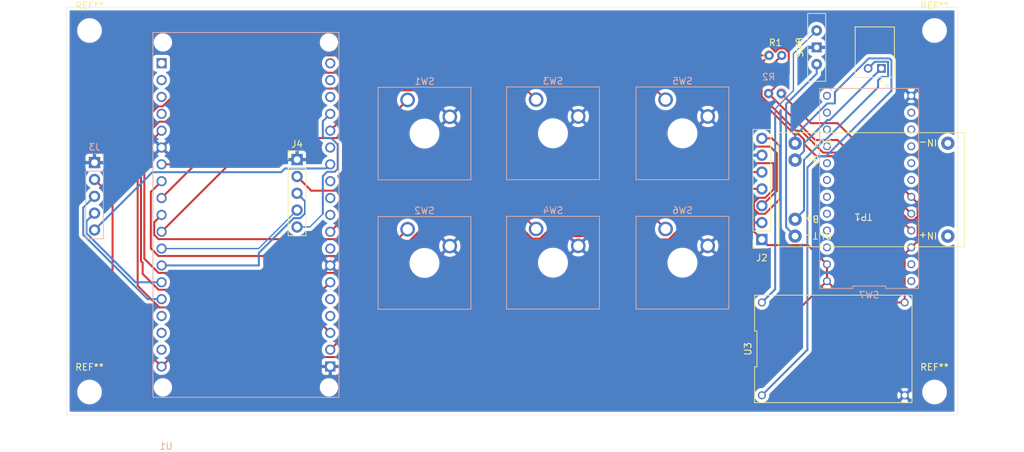
<source format=kicad_pcb>
(kicad_pcb (version 20240108) (generator "pcbnew") (generator_version "8.0")
  (layers (0 "F.Cu" signal) (31 "B.Cu" signal) (34 "B.Paste" user) (35 "F.Paste" user) (36 "B.SilkS" user "B.Silkscreen") (37 "F.SilkS" user "F.Silkscreen") (38 "B.Mask" user) (39 "F.Mask" user) (44 "Edge.Cuts" user))
  (net 0 "")
  (net 1 "GND")
  (net 2 "SDA_IMU")
  (net 3 "VCC")
  (net 4 "SCL_IMU")
  (net 5 "SCL_TFT")
  (net 6 "DC_TFT")
  (net 11 "SDA_TFT")
  (net 17 "XJY1")
  (net 19 "YJY1")
  (net 22 "SWJY1")
  (net 23 "SWJY2")
  (net 26 "YJY2")
  (net 27 "XJY2")
  (net 50 "Net-(TP1-B-)")
  (net 51 "Net-(TP1-B+)")
  (net 52 "Net-(TP1-OUT-)")
  (net 53 "SW1")
  (net 54 "SW2")
  (net 55 "SW3")
  (net 56 "SW4")
  (net 57 "SW5")
  (net 58 "SW6")
  (net 59 "Net-(SW8-B)")
  (net 60 "Net-(SW8-C)")
  (footprint "TP4056:TP4056-Module" (layer "F.Cu") (at 201.5 89.9 180)
    (property "Reference" "TP1" (at 15.24 -12.7 180) (layer "F.SilkS"))
    (property "Value" "USBCBateria")
    (fp_line (start 28 -17.2) (end 28 0) (stroke (width 0.12)) (layer "F.SilkS"))
    (fp_line (start 0 0) (end 28 0) (stroke (width 0.12)) (layer "F.SilkS"))
    (fp_line (start 0 -17.2) (end 28 -17.2) (stroke (width 0.12)) (layer "F.SilkS"))
    (fp_line (start 0 -17.2) (end 0 0) (stroke (width 0.12)) (layer "F.SilkS"))
    (fp_text user "OUT+" (at 22 -15.5 180) (layer "F.SilkS"))
    (fp_text user "B-" (at 23 -4 180) (layer "F.SilkS"))
    (fp_text user "IN-" (at 5.5 -1.5 180) (layer "F.SilkS"))
    (fp_text user "OUT-" (at 22 -1.5 180) (layer "F.SilkS"))
    (fp_text user "B+" (at 23 -13 180) (layer "F.SilkS"))
    (fp_text user "IN+" (at 5.5 -15.5 180) (layer "F.SilkS"))
    (pad "1" thru_hole circle (at 2.5 -15.6 180) (size 2 2) (drill 1) (layers "*.Cu" "*.Mask"))
    (pad "2" thru_hole circle (at 2.5 -1.6 180) (size 2 2) (drill 1) (layers "*.Cu" "*.Mask"))
    (pad "3" thru_hole circle (at 25.5 -13.06 180) (size 2 2) (drill 1) (layers "*.Cu" "*.Mask") (net 51 "Net-(TP1-B+)"))
    (pad "4" thru_hole circle (at 25.5 -4.14 180) (size 2 2) (drill 1) (layers "*.Cu" "*.Mask") (net 50 "Net-(TP1-B-)"))
    (pad "5" thru_hole circle (at 25.5 -15.6 180) (size 2 2) (drill 1) (layers "*.Cu" "*.Mask") (net 59 "Net-(SW8-B)"))
    (pad "6" thru_hole circle (at 25.5 -1.6 180) (size 2 2) (drill 1) (layers "*.Cu" "*.Mask") (net 52 "Net-(TP1-OUT-)"))
  )
  (footprint "MountingHole:MountingHole_3.2mm_M3_ISO14580" (layer "F.Cu") (at 69.75 129)
    (property "Reference" "REF**" (at 0 -3.75 0) (layer "F.SilkS"))
    (property "Value" "MountingHole_3.2mm_M3_ISO14580")
    (pad "" np_thru_hole circle (at 0 0) (size 3.2 3.2) (drill 3.2) (layers "*.Cu" "*.Mask"))
  )
  (footprint "Connector_PinHeader_2.54mm:PinHeader_1x05_P2.54mm_Vertical" (layer "F.Cu") (at 101 93.96)
    (property "Reference" "J4" (at 0 -2.33 0) (layer "F.SilkS"))
    (property "Value" "Joystick2")
    (fp_line (start -1.33 -1.33) (end 0 -1.33) (stroke (width 0.12)) (layer "F.SilkS"))
    (fp_line (start -1.33 0) (end -1.33 -1.33) (stroke (width 0.12)) (layer "F.SilkS"))
    (fp_line (start -1.33 1.27) (end -1.33 11.49) (stroke (width 0.12)) (layer "F.SilkS"))
    (fp_line (start -1.33 1.27) (end 1.33 1.27) (stroke (width 0.12)) (layer "F.SilkS"))
    (fp_line (start -1.33 11.49) (end 1.33 11.49) (stroke (width 0.12)) (layer "F.SilkS"))
    (fp_line (start 1.33 1.27) (end 1.33 11.49) (stroke (width 0.12)) (layer "F.SilkS"))
    (pad "1" thru_hole rect (at 0 0) (size 1.7 1.7) (drill 1) (layers "*.Cu" "*.Mask") (net 1 "GND"))
    (pad "2" thru_hole oval (at 0 2.54) (size 1.7 1.7) (drill 1) (layers "*.Cu" "*.Mask") (net 3 "VCC"))
    (pad "3" thru_hole oval (at 0 5.08) (size 1.7 1.7) (drill 1) (layers "*.Cu" "*.Mask") (net 27 "XJY2"))
    (pad "4" thru_hole oval (at 0 7.62) (size 1.7 1.7) (drill 1) (layers "*.Cu" "*.Mask") (net 26 "YJY2"))
    (pad "5" thru_hole oval (at 0 10.16) (size 1.7 1.7) (drill 1) (layers "*.Cu" "*.Mask") (net 23 "SWJY2"))
  )
  (footprint "Button_Switch_THT:SW_Slide-03_Wuerth-WS-SLTV_10x2.5x6.4_P2.54mm" (layer "F.Cu") (at 179.25 77.04 90)
    (property "Reference" "SW8" (at 0 -2.54 90) (layer "F.SilkS"))
    (property "Value" "SW_SPDT")
    (fp_rect (start -5.11 -1.36) (end 5.11 1.36) (stroke (width 0.12)) (fill none) (layer "F.SilkS"))
    (pad "1" thru_hole rect (at 0 0 90) (size 1.5 1.5) (drill 0.8) (layers "*.Cu" "*.Mask") (net 1 "GND"))
    (pad "2" thru_hole circle (at -2.54 0 90) (size 1.6 1.6) (drill 0.8) (layers "*.Cu" "*.Mask") (net 59 "Net-(SW8-B)"))
    (pad "3" thru_hole circle (at 2.54 0 90) (size 1.6 1.6) (drill 0.8) (layers "*.Cu" "*.Mask") (net 60 "Net-(SW8-C)"))
  )
  (footprint "MountingHole:MountingHole_3.2mm_M3_ISO14580" (layer "F.Cu") (at 197 74.5)
    (property "Reference" "REF**" (at 0 -3.75 0) (layer "F.SilkS"))
    (property "Value" "MountingHole_3.2mm_M3_ISO14580")
    (pad "" np_thru_hole circle (at 0 0) (size 3.2 3.2) (drill 3.2) (layers "*.Cu" "*.Mask"))
  )
  (footprint "Connector_PinSocket_2.54mm:PinSocket_1x07_P2.54mm_Vertical" (layer "F.Cu") (at 171 106 180)
    (property "Reference" "J2" (at 0 -2.77 0) (layer "F.SilkS"))
    (property "Value" "TFT_Pantalla")
    (fp_line (start 1.33 1.27) (end 1.33 16.57) (stroke (width 0.12)) (layer "F.SilkS"))
    (fp_line (start 1.33 -1.33) (end 1.33 0) (stroke (width 0.12)) (layer "F.SilkS"))
    (fp_line (start 0 -1.33) (end 1.33 -1.33) (stroke (width 0.12)) (layer "F.SilkS"))
    (fp_line (start -1.33 16.57) (end 1.33 16.57) (stroke (width 0.12)) (layer "F.SilkS"))
    (fp_line (start -1.33 1.27) (end 1.33 1.27) (stroke (width 0.12)) (layer "F.SilkS"))
    (fp_line (start -1.33 1.27) (end -1.33 16.57) (stroke (width 0.12)) (layer "F.SilkS"))
    (pad "1" thru_hole rect (at 0 0 180) (size 1.7 1.7) (drill 1) (layers "*.Cu" "*.Mask") (net 3 "VCC"))
    (pad "2" thru_hole oval (at 0 2.54 180) (size 1.7 1.7) (drill 1) (layers "*.Cu" "*.Mask") (net 1 "GND"))
    (pad "3" thru_hole oval (at 0 5.08 180) (size 1.7 1.7) (drill 1) (layers "*.Cu" "*.Mask") (net 6 "DC_TFT"))
    (pad "4" thru_hole oval (at 0 7.62 180) (size 1.7 1.7) (drill 1) (layers "*.Cu" "*.Mask") (net 11 "SDA_TFT"))
    (pad "5" thru_hole oval (at 0 10.16 180) (size 1.7 1.7) (drill 1) (layers "*.Cu" "*.Mask") (net 5 "SCL_TFT"))
    (pad "6" thru_hole oval (at 0 12.7 180) (size 1.7 1.7) (drill 1) (layers "*.Cu" "*.Mask") (net 1 "GND"))
    (pad "7" thru_hole oval (at 0 15.24 180) (size 1.7 1.7) (drill 1) (layers "*.Cu" "*.Mask") (net 3 "VCC"))
  )
  (footprint "MountingHole:MountingHole_3.2mm_M3_ISO14580" (layer "F.Cu") (at 69.75 74.5)
    (property "Reference" "REF**" (at 0 -3.75 0) (layer "F.SilkS"))
    (property "Value" "MountingHole_3.2mm_M3_ISO14580")
    (pad "" np_thru_hole circle (at 0 0) (size 3.2 3.2) (drill 3.2) (layers "*.Cu" "*.Mask"))
  )
  (footprint "MountingHole:MountingHole_3.2mm_M3_ISO14580" (layer "F.Cu") (at 197 129)
    (property "Reference" "REF**" (at 0 -3.75 0) (layer "F.SilkS"))
    (property "Value" "MountingHole_3.2mm_M3_ISO14580")
    (pad "" np_thru_hole circle (at 0 0) (size 3.2 3.2) (drill 3.2) (layers "*.Cu" "*.Mask"))
  )
  (footprint "Resistor_THT:R_Axial_DIN0204_L3.6mm_D1.6mm_P1.90mm_Vertical" (layer "F.Cu") (at 172.095 78.25)
    (property "Reference" "R1" (at 0.95 -1.92 0) (layer "F.SilkS"))
    (property "Value" "R_SDA_IMU")
    (fp_arc (start 0.320095 0.749359) (mid -0.813042 -0.054435) (end 0.417133 -0.7) (stroke (width 0.12)) (layer "F.SilkS"))
    (pad "1" thru_hole circle (at 0 0) (size 1.4 1.4) (drill 0.7) (layers "*.Cu" "*.Mask") (net 2 "SDA_IMU"))
    (pad "2" thru_hole oval (at 1.9 0) (size 1.4 1.4) (drill 0.7) (layers "*.Cu" "*.Mask") (net 3 "VCC"))
  )
  (footprint "TFG:Conversor" (layer "F.Cu") (at 181.75 122.5)
    (property "Reference" "U3" (at -12.85 0 90) (layer "F.SilkS"))
    (property "Value" "Conversor")
    (fp_line (start -11.85 -8.1) (end -11.85 -2.7) (stroke (width 0.12)) (layer "F.SilkS"))
    (fp_line (start -11.85 -2.7) (end -11.49 -2.7) (stroke (width 0.12)) (layer "F.SilkS"))
    (fp_line (start -11.85 2.699999) (end -11.85 8.099999) (stroke (width 0.12)) (layer "F.SilkS"))
    (fp_line (start -11.85 8.099999) (end 11.85 8.1) (stroke (width 0.12)) (layer "F.SilkS"))
    (fp_line (start -11.49 -2.7) (end -11.49 2.699999) (stroke (width 0.12)) (layer "F.SilkS"))
    (fp_line (start -11.49 2.699999) (end -11.85 2.699999) (stroke (width 0.12)) (layer "F.SilkS"))
    (fp_line (start 11.85 -8.099999) (end -11.85 -8.1) (stroke (width 0.12)) (layer "F.SilkS"))
    (fp_line (start 11.85 8.1) (end 11.85 -8.099999) (stroke (width 0.12)) (layer "F.SilkS"))
    (pad "1" thru_hole circle (at -10.75 -7) (size 1.2 1.2) (drill 0.8) (layers "*.Cu" "*.Mask") (net 60 "Net-(SW8-C)"))
    (pad "2" thru_hole circle (at 10.75 -7) (size 1.2 1.2) (drill 0.8) (layers "*.Cu" "*.Mask") (net 3 "VCC"))
    (pad "3" thru_hole circle (at -10.75 7) (size 1.2 1.2) (drill 0.8) (layers "*.Cu" "*.Mask") (net 52 "Net-(TP1-OUT-)"))
    (pad "4" thru_hole circle (at 10.75 7) (size 1.2 1.2) (drill 0.8) (layers "*.Cu" "*.Mask") (net 1 "GND"))
  )
  (footprint "S2B-PH-K-S_LF__SN_:JST_S2B-PH-K-S_LF__SN_" (layer "F.Cu") (at 188 80.2125 180)
    (property "Reference" "J1" (at -1.776 -2.6398 0) (layer "F.SilkS") (effects (font (size 0.48 0.48) (thickness 0.12))))
    (property "Value" "JST")
    (fp_line (start 2.95 6.25) (end -2.95 6.25) (stroke (width 0.127)) (layer "F.SilkS"))
    (fp_line (start 2.95 -1.35) (end 2.95 6.25) (stroke (width 0.127)) (layer "F.SilkS"))
    (fp_line (start -2.95 6.25) (end -2.95 -1.35) (stroke (width 0.127)) (layer "F.SilkS"))
    (fp_line (start -2.95 -1.35) (end 2.95 -1.35) (stroke (width 0.127)) (layer "F.SilkS"))
    (fp_circle (center -1 -1.9) (end -0.9 -1.9) (stroke (width 0.2)) (fill none) (layer "F.SilkS"))
    (pad "1" thru_hole rect (at -1 0 180) (size 1.308 1.308) (drill 0.8) (layers "*.Cu" "*.Mask") (net 50 "Net-(TP1-B-)"))
    (pad "2" thru_hole circle (at 1 0 180) (size 1.308 1.308) (drill 0.8) (layers "*.Cu" "*.Mask") (net 51 "Net-(TP1-B+)"))
  )
  (footprint "Connector_PinHeader_2.54mm:PinHeader_1x05_P2.54mm_Vertical" (layer "B.Cu") (at 70.5 94.42 180)
    (property "Reference" "J3" (at 0 2.33 0) (layer "B.SilkS") (effects (justify mirror)))
    (property "Value" "Joystick1")
    (fp_line (start 1.33 -1.27) (end -1.33 -1.27) (stroke (width 0.12)) (layer "B.SilkS"))
    (fp_line (start 1.33 -11.49) (end 1.33 -1.27) (stroke (width 0.12)) (layer "B.SilkS"))
    (fp_line (start 1.33 -11.49) (end -1.33 -11.49) (stroke (width 0.12)) (layer "B.SilkS"))
    (fp_line (start 0 1.33) (end -1.33 1.33) (stroke (width 0.12)) (layer "B.SilkS"))
    (fp_line (start -1.33 1.33) (end -1.33 0) (stroke (width 0.12)) (layer "B.SilkS"))
    (fp_line (start -1.33 -11.49) (end -1.33 -1.27) (stroke (width 0.12)) (layer "B.SilkS"))
    (pad "1" thru_hole rect (at 0 0 180) (size 1.7 1.7) (drill 1) (layers "*.Cu" "*.Mask") (net 1 "GND"))
    (pad "2" thru_hole oval (at 0 -2.54 180) (size 1.7 1.7) (drill 1) (layers "*.Cu" "*.Mask") (net 3 "VCC"))
    (pad "3" thru_hole oval (at 0 -5.08 180) (size 1.7 1.7) (drill 1) (layers "*.Cu" "*.Mask") (net 17 "XJY1"))
    (pad "4" thru_hole oval (at 0 -7.62 180) (size 1.7 1.7) (drill 1) (layers "*.Cu" "*.Mask") (net 19 "YJY1"))
    (pad "5" thru_hole oval (at 0 -10.16 180) (size 1.7 1.7) (drill 1) (layers "*.Cu" "*.Mask") (net 22 "SWJY1"))
  )
  (footprint "Resistor_THT:R_Axial_DIN0204_L3.6mm_D1.6mm_P1.90mm_Vertical" (layer "B.Cu") (at 173.905 84 180)
    (property "Reference" "R2" (at 1.89 2.5 0) (layer "B.SilkS") (effects (justify mirror)))
    (property "Value" "R_SCL_IMU")
    (fp_arc (start 0.417133 0.7) (mid -0.813042 0.054435) (end 0.320095 -0.749359) (stroke (width 0.12)) (layer "B.SilkS"))
    (pad "1" thru_hole circle (at 0 0 180) (size 1.4 1.4) (drill 0.7) (layers "*.Cu" "*.Mask") (net 3 "VCC"))
    (pad "2" thru_hole oval (at 1.9 0 180) (size 1.4 1.4) (drill 0.7) (layers "*.Cu" "*.Mask") (net 4 "SCL_IMU"))
  )
  (footprint "Button_Switch_Keyboard:SW_Cherry_MX_1.00u_Plate" (layer "B.Cu") (at 137 84.92 180)
    (property "Reference" "SW3" (at -2.54 2.794 0) (layer "B.SilkS") (effects (justify mirror)))
    (property "Value" "Switch3")
    (fp_line (start 4.445 1.905) (end -9.525 1.905) (stroke (width 0.12)) (layer "B.SilkS"))
    (fp_line (start 4.445 -12.065) (end 4.445 1.905) (stroke (width 0.12)) (layer "B.SilkS"))
    (fp_line (start -9.525 1.905) (end -9.525 -12.065) (stroke (width 0.12)) (layer "B.SilkS"))
    (fp_line (start -9.525 -12.065) (end 4.445 -12.065) (stroke (width 0.12)) (layer "B.SilkS"))
    (pad "" np_thru_hole circle (at -2.54 -5.08 180) (size 4 4) (drill 4) (layers "*.Cu" "*.Mask"))
    (pad "1" thru_hole circle (at 0 0 180) (size 2.2 2.2) (drill 1.5) (layers "*.Cu" "*.Mask") (net 55 "SW3"))
    (pad "2" thru_hole circle (at -6.35 -2.54 180) (size 2.2 2.2) (drill 1.5) (layers "*.Cu" "*.Mask") (net 1 "GND"))
  )
  (footprint "Button_Switch_Keyboard:SW_Cherry_MX_1.00u_Plate" (layer "B.Cu") (at 117.65 84.96 180)
    (property "Reference" "SW1" (at -2.54 2.794 0) (layer "B.SilkS") (effects (justify mirror)))
    (property "Value" "Switch1")
    (fp_line (start 4.445 1.905) (end -9.525 1.905) (stroke (width 0.12)) (layer "B.SilkS"))
    (fp_line (start 4.445 -12.065) (end 4.445 1.905) (stroke (width 0.12)) (layer "B.SilkS"))
    (fp_line (start -9.525 1.905) (end -9.525 -12.065) (stroke (width 0.12)) (layer "B.SilkS"))
    (fp_line (start -9.525 -12.065) (end 4.445 -12.065) (stroke (width 0.12)) (layer "B.SilkS"))
    (pad "" np_thru_hole circle (at -2.54 -5.08 180) (size 4 4) (drill 4) (layers "*.Cu" "*.Mask"))
    (pad "1" thru_hole circle (at 0 0 180) (size 2.2 2.2) (drill 1.5) (layers "*.Cu" "*.Mask") (net 53 "SW1"))
    (pad "2" thru_hole circle (at -6.35 -2.54 180) (size 2.2 2.2) (drill 1.5) (layers "*.Cu" "*.Mask") (net 1 "GND"))
  )
  (footprint "TFG:STEVAL-MKI229A" (layer "B.Cu") (at 187.15 98.31 90)
    (property "Reference" "SW7" (at -16.07 0 0) (layer "B.SilkS") (effects (justify mirror)))
    (property "Value" "STEVAL-MKI")
    (fp_line (start 15.07 -7.45) (end -15.07 -7.449999) (stroke (width 0.12)) (layer "B.SilkS"))
    (fp_line (start -15.07 -7.449999) (end -15.07 -2.483333) (stroke (width 0.12)) (layer "B.SilkS"))
    (fp_line (start -14.71 -2.483333) (end -14.71 2.483333) (stroke (width 0.12)) (layer "B.SilkS"))
    (fp_line (start -15.07 -2.483333) (end -14.71 -2.483333) (stroke (width 0.12)) (layer "B.SilkS"))
    (fp_line (start -14.71 2.483333) (end -15.07 2.483333) (stroke (width 0.12)) (layer "B.SilkS"))
    (fp_line (start -15.07 2.483333) (end -15.07 7.45) (stroke (width 0.12)) (layer "B.SilkS"))
    (fp_line (start 15.07 7.449999) (end 15.07 -7.45) (stroke (width 0.12)) (layer "B.SilkS"))
    (fp_line (start -15.07 7.45) (end 15.07 7.449999) (stroke (width 0.12)) (layer "B.SilkS"))
    (pad "1" thru_hole circle (at -13.97 -6.35 90) (size 1.2 1.2) (drill 0.8) (layers "*.Cu" "*.Mask") (net 3 "VCC"))
    (pad "2" thru_hole circle (at -11.43 -6.35 90) (size 1.2 1.2) (drill 0.8) (layers "*.Cu" "*.Mask") (net 3 "VCC"))
    (pad "3" thru_hole circle (at -8.89 -6.35 90) (size 1.2 1.2) (drill 0.8) (layers "*.Cu" "*.Mask"))
    (pad "4" thru_hole circle (at -6.35 -6.35 90) (size 1.2 1.2) (drill 0.8) (layers "*.Cu" "*.Mask"))
    (pad "5" thru_hole circle (at -3.81 -6.35 90) (size 1.2 1.2) (drill 0.8) (layers "*.Cu" "*.Mask"))
    (pad "6" thru_hole circle (at -1.27 -6.35 90) (size 1.2 1.2) (drill 0.8) (layers "*.Cu" "*.Mask"))
    (pad "7" thru_hole circle (at 1.27 -6.35 90) (size 1.2 1.2) (drill 0.8) (layers "*.Cu" "*.Mask"))
    (pad "8" thru_hole circle (at 3.81 -6.35 90) (size 1.2 1.2) (drill 0.8) (layers "*.Cu" "*.Mask"))
    (pad "9" thru_hole circle (at 6.35 -6.35 90) (size 1.2 1.2) (drill 0.8) (layers "*.Cu" "*.Mask"))
    (pad "10" thru_hole circle (at 8.89 -6.35 90) (size 1.2 1.2) (drill 0.8) (layers "*.Cu" "*.Mask"))
    (pad "11" thru_hole circle (at 11.43 -6.35 90) (size 1.2 1.2) (drill 0.8) (layers "*.Cu" "*.Mask"))
    (pad "12" thru_hole circle (at 13.97 -6.35 90) (size 1.2 1.2) (drill 0.8) (layers "*.Cu" "*.Mask"))
    (pad "13" thru_hole circle (at 13.97 6.35 90) (size 1.2 1.2) (drill 0.8) (layers "*.Cu" "*.Mask") (net 1 "GND"))
    (pad "14" thru_hole circle (at 11.43 6.35 90) (size 1.2 1.2) (drill 0.8) (layers "*.Cu" "*.Mask"))
    (pad "15" thru_hole circle (at 8.89 6.35 90) (size 1.2 1.2) (drill 0.8) (layers "*.Cu" "*.Mask"))
    (pad "16" thru_hole circle (at 6.35 6.35 90) (size 1.2 1.2) (drill 0.8) (layers "*.Cu" "*.Mask"))
    (pad "17" thru_hole circle (at 3.81 6.35 90) (size 1.2 1.2) (drill 0.8) (layers "*.Cu" "*.Mask"))
    (pad "18" thru_hole circle (at 1.27 6.35 90) (size 1.2 1.2) (drill 0.8) (layers "*.Cu" "*.Mask"))
    (pad "19" thru_hole circle (at -1.27 6.35 90) (size 1.2 1.2) (drill 0.8) (layers "*.Cu" "*.Mask") (net 3 "VCC"))
    (pad "20" thru_hole circle (at -3.81 6.35 90) (size 1.2 1.2) (drill 0.8) (layers "*.Cu" "*.Mask") (net 4 "SCL_IMU"))
    (pad "21" thru_hole circle (at -6.35 6.35 90) (size 1.2 1.2) (drill 0.8) (layers "*.Cu" "*.Mask") (net 2 "SDA_IMU"))
    (pad "22" thru_hole circle (at -8.89 6.35 90) (size 1.2 1.2) (drill 0.8) (layers "*.Cu" "*.Mask") (net 3 "VCC"))
    (pad "23" thru_hole circle (at -11.43 6.35 90) (size 1.2 1.2) (drill 0.8) (layers "*.Cu" "*.Mask"))
    (pad "24" thru_hole circle (at -13.97 6.35 90) (size 1.2 1.2) (drill 0.8) (layers "*.Cu" "*.Mask"))
  )
  (footprint "Button_Switch_Keyboard:SW_Cherry_MX_1.00u_Plate" (layer "B.Cu") (at 156.5 84.92 180)
    (property "Reference" "SW5" (at -2.54 2.794 0) (layer "B.SilkS") (effects (justify mirror)))
    (property "Value" "Switch5")
    (fp_line (start 4.445 1.905) (end -9.525 1.905) (stroke (width 0.12)) (layer "B.SilkS"))
    (fp_line (start 4.445 -12.065) (end 4.445 1.905) (stroke (width 0.12)) (layer "B.SilkS"))
    (fp_line (start -9.525 1.905) (end -9.525 -12.065) (stroke (width 0.12)) (layer "B.SilkS"))
    (fp_line (start -9.525 -12.065) (end 4.445 -12.065) (stroke (width 0.12)) (layer "B.SilkS"))
    (pad "" np_thru_hole circle (at -2.54 -5.08 180) (size 4 4) (drill 4) (layers "*.Cu" "*.Mask"))
    (pad "1" thru_hole circle (at 0 0 180) (size 2.2 2.2) (drill 1.5) (layers "*.Cu" "*.Mask") (net 57 "SW5"))
    (pad "2" thru_hole circle (at -6.35 -2.54 180) (size 2.2 2.2) (drill 1.5) (layers "*.Cu" "*.Mask") (net 1 "GND"))
  )
  (footprint "Button_Switch_Keyboard:SW_Cherry_MX_1.00u_Plate" (layer "B.Cu") (at 156.5 104.42 180)
    (property "Reference" "SW6" (at -2.54 2.794 0) (layer "B.SilkS") (effects (justify mirror)))
    (property "Value" "Switch6")
    (fp_line (start 4.445 1.905) (end -9.525 1.905) (stroke (width 0.12)) (layer "B.SilkS"))
    (fp_line (start 4.445 -12.065) (end 4.445 1.905) (stroke (width 0.12)) (layer "B.SilkS"))
    (fp_line (start -9.525 1.905) (end -9.525 -12.065) (stroke (width 0.12)) (layer "B.SilkS"))
    (fp_line (start -9.525 -12.065) (end 4.445 -12.065) (stroke (width 0.12)) (layer "B.SilkS"))
    (pad "" np_thru_hole circle (at -2.54 -5.08 180) (size 4 4) (drill 4) (layers "*.Cu" "*.Mask"))
    (pad "1" thru_hole circle (at 0 0 180) (size 2.2 2.2) (drill 1.5) (layers "*.Cu" "*.Mask") (net 58 "SW6"))
    (pad "2" thru_hole circle (at -6.35 -2.54 180) (size 2.2 2.2) (drill 1.5) (layers "*.Cu" "*.Mask") (net 1 "GND"))
  )
  (footprint "Button_Switch_Keyboard:SW_Cherry_MX_1.00u_Plate" (layer "B.Cu") (at 137 104.42 180)
    (property "Reference" "SW4" (at -2.54 2.794 0) (layer "B.SilkS") (effects (justify mirror)))
    (property "Value" "Switch4")
    (fp_line (start 4.445 1.905) (end -9.525 1.905) (stroke (width 0.12)) (layer "B.SilkS"))
    (fp_line (start 4.445 -12.065) (end 4.445 1.905) (stroke (width 0.12)) (layer "B.SilkS"))
    (fp_line (start -9.525 1.905) (end -9.525 -12.065) (stroke (width 0.12)) (layer "B.SilkS"))
    (fp_line (start -9.525 -12.065) (end 4.445 -12.065) (stroke (width 0.12)) (layer "B.SilkS"))
    (pad "" np_thru_hole circle (at -2.54 -5.08 180) (size 4 4) (drill 4) (layers "*.Cu" "*.Mask"))
    (pad "1" thru_hole circle (at 0 0 180) (size 2.2 2.2) (drill 1.5) (layers "*.Cu" "*.Mask") (net 56 "SW4"))
    (pad "2" thru_hole circle (at -6.35 -2.54 180) (size 2.2 2.2) (drill 1.5) (layers "*.Cu" "*.Mask") (net 1 "GND"))
  )
  (footprint "ESP32_NODEMCU:MODULE_ESP32_NODEMCU" (layer "B.Cu") (at 93.3 102.3)
    (property "Reference" "U1" (at -12.04 34.885 0) (layer "B.SilkS") (effects (justify mirror)))
    (property "Value" "ESP32_NODEMCU")
    (fp_line (start -14 -27.5) (end -14 27.5) (stroke (width 0.127)) (layer "B.SilkS"))
    (fp_line (start 14 -27.5) (end -14 -27.5) (stroke (width 0.127)) (layer "B.SilkS"))
    (fp_line (start 14 -27.5) (end 14 27.5) (stroke (width 0.127)) (layer "B.SilkS"))
    (fp_line (start 14 27.5) (end -14 27.5) (stroke (width 0.127)) (layer "B.SilkS"))
    (pad "" np_thru_hole circle (at -12.5 -26) (size 2.25 2.25) (drill 2.25) (layers "*.Cu" "*.Mask"))
    (pad "" np_thru_hole circle (at -12.5 26) (size 2.25 2.25) (drill 2.25) (layers "*.Cu" "*.Mask"))
    (pad "" np_thru_hole circle (at 12.5 -26) (size 2.25 2.25) (drill 2.25) (layers "*.Cu" "*.Mask"))
    (pad "" np_thru_hole circle (at 12.5 26) (size 2.25 2.25) (drill 2.25) (layers "*.Cu" "*.Mask"))
    (pad "J4_1" thru_hole rect (at 12.7 22.86) (size 1.53 1.53) (drill 1.02) (layers "*.Cu" "*.Mask") (net 1 "GND"))
    (pad "J4_2" thru_hole circle (at 12.7 20.32) (size 1.53 1.53) (drill 1.02) (layers "*.Cu" "*.Mask") (net 11 "SDA_TFT"))
    (pad "J4_3" thru_hole circle (at 12.7 17.78) (size 1.53 1.53) (drill 1.02) (layers "*.Cu" "*.Mask") (net 4 "SCL_IMU"))
    (pad "J4_4" thru_hole circle (at 12.7 15.24) (size 1.53 1.53) (drill 1.02) (layers "*.Cu" "*.Mask"))
    (pad "J4_5" thru_hole circle (at 12.7 12.7) (size 1.53 1.53) (drill 1.02) (layers "*.Cu" "*.Mask"))
    (pad "J4_6" thru_hole circle (at 12.7 10.16) (size 1.53 1.53) (drill 1.02) (layers "*.Cu" "*.Mask") (net 2 "SDA_IMU"))
    (pad "J4_7" thru_hole circle (at 12.7 7.62) (size 1.53 1.53) (drill 1.02) (layers "*.Cu" "*.Mask") (net 1 "GND"))
    (pad "J4_8" thru_hole circle (at 12.7 5.08) (size 1.53 1.53) (drill 1.02) (layers "*.Cu" "*.Mask"))
    (pad "J4_9" thru_hole circle (at 12.7 2.54) (size 1.53 1.53) (drill 1.02) (layers "*.Cu" "*.Mask") (net 5 "SCL_TFT"))
    (pad "J4_10" thru_hole circle (at 12.7 0) (size 1.53 1.53) (drill 1.02) (layers "*.Cu" "*.Mask"))
    (pad "J4_11" thru_hole circle (at 12.7 -2.54) (size 1.53 1.53) (drill 1.02) (layers "*.Cu" "*.Mask"))
    (pad "J4_12" thru_hole circle (at 12.7 -5.08) (size 1.53 1.53) (drill 1.02) (layers "*.Cu" "*.Mask"))
    (pad "J4_13" thru_hole circle (at 12.7 -7.62) (size 1.53 1.53) (drill 1.02) (layers "*.Cu" "*.Mask") (net 22 "SWJY1"))
    (pad "J4_14" thru_hole circle (at 12.7 -10.16) (size 1.53 1.53) (drill 1.02) (layers "*.Cu" "*.Mask"))
    (pad "J4_15" thru_hole circle (at 12.7 -12.7) (size 1.53 1.53) (drill 1.02) (layers "*.Cu" "*.Mask") (net 6 "DC_TFT"))
    (pad "J4_16" thru_hole circle (at 12.7 -15.24) (size 1.53 1.53) (drill 1.02) (layers "*.Cu" "*.Mask") (net 23 "SWJY2"))
    (pad "J4_17" thru_hole circle (at 12.7 -17.78) (size 1.53 1.53) (drill 1.02) (layers "*.Cu" "*.Mask"))
    (pad "J4_18" thru_hole circle (at 12.7 -20.32) (size 1.53 1.53) (drill 1.02) (layers "*.Cu" "*.Mask"))
    (pad "J4_19" thru_hole circle (at 12.7 -22.86) (size 1.53 1.53) (drill 1.02) (layers "*.Cu" "*.Mask"))
    (pad "J5_1" thru_hole rect (at -12.7 -22.86) (size 1.53 1.53) (drill 1.02) (layers "*.Cu" "*.Mask"))
    (pad "J5_2" thru_hole circle (at -12.7 -20.32) (size 1.53 1.53) (drill 1.02) (layers "*.Cu" "*.Mask"))
    (pad "J5_3" thru_hole circle (at -12.7 -17.78) (size 1.53 1.53) (drill 1.02) (layers "*.Cu" "*.Mask"))
    (pad "J5_4" thru_hole circle (at -12.7 -15.24) (size 1.53 1.53) (drill 1.02) (layers "*.Cu" "*.Mask"))
    (pad "J5_5" thru_hole circle (at -12.7 -12.7) (size 1.53 1.53) (drill 1.02) (layers "*.Cu" "*.Mask") (net 58 "SW6"))
    (pad "J5_6" thru_hole circle (at -12.7 -10.16) (size 1.53 1.53) (drill 1.02) (layers "*.Cu" "*.Mask") (net 1 "GND"))
    (pad "J5_7" thru_hole circle (at -12.7 -7.62) (size 1.53 1.53) (drill 1.02) (layers "*.Cu" "*.Mask") (net 57 "SW5"))
    (pad "J5_8" thru_hole circle (at -12.7 -5.08) (size 1.53 1.53) (drill 1.02) (layers "*.Cu" "*.Mask") (net 56 "SW4"))
    (pad "J5_9" thru_hole circle (at -12.7 -2.54) (size 1.53 1.53) (drill 1.02) (layers "*.Cu" "*.Mask") (net 55 "SW3"))
    (pad "J5_10" thru_hole circle (at -12.7 0) (size 1.53 1.53) (drill 1.02) (layers "*.Cu" "*.Mask") (net 54 "SW2"))
    (pad "J5_11" thru_hole circle (at -12.7 2.54) (size 1.53 1.53) (drill 1.02) (layers "*.Cu" "*.Mask") (net 53 "SW1"))
    (pad "J5_12" thru_hole circle (at -12.7 5.08) (size 1.53 1.53) (drill 1.02) (layers "*.Cu" "*.Mask") (net 26 "YJY2"))
    (pad "J5_13" thru_hole circle (at -12.7 7.62) (size 1.53 1.53) (drill 1.02) (layers "*.Cu" "*.Mask") (net 27 "XJY2"))
    (pad "J5_14" thru_hole circle (at -12.7 10.16) (size 1.53 1.53) (drill 1.02) (layers "*.Cu" "*.Mask") (net 19 "YJY1"))
    (pad "J5_15" thru_hole circle (at -12.7 12.7) (size 1.53 1.53) (drill 1.02) (layers "*.Cu" "*.Mask") (net 17 "XJY1"))
    (pad "J5_16" thru_hole circle (at -12.7 15.24) (size 1.53 1.53) (drill 1.02) (layers "*.Cu" "*.Mask"))
    (pad "J5_17" thru_hole circle (at -12.7 17.78) (size 1.53 1.53) (drill 1.02) (layers "*.Cu" "*.Mask"))
    (pad "J5_18" thru_hole circle (at -12.7 20.32) (size 1.53 1.53) (drill 1.02) (layers "*.Cu" "*.Mask"))
    (pad "J5_19" thru_hole circle (at -12.7 22.86) (size 1.53 1.53) (drill 1.02) (layers "*.Cu" "*.Mask") (net 3 "VCC"))
  )
  (footprint "Button_Switch_Keyboard:SW_Cherry_MX_1.00u_Plate" (layer "B.Cu") (at 117.65 104.46 180)
    (property "Reference" "SW2" (at -2.54 2.794 0) (layer "B.SilkS") (effects (justify mirror)))
    (property "Value" "Switch2")
    (fp_line (start 4.445 1.905) (end -9.525 1.905) (stroke (width 0.12)) (layer "B.SilkS"))
    (fp_line (start 4.445 -12.065) (end 4.445 1.905) (stroke (width 0.12)) (layer "B.SilkS"))
    (fp_line (start -9.525 1.905) (end -9.525 -12.065) (stroke (width 0.12)) (layer "B.SilkS"))
    (fp_line (start -9.525 -12.065) (end 4.445 -12.065) (stroke (width 0.12)) (layer "B.SilkS"))
    (pad "" np_thru_hole circle (at -2.54 -5.08 180) (size 4 4) (drill 4) (layers "*.Cu" "*.Mask"))
    (pad "1" thru_hole circle (at 0 0 180) (size 2.2 2.2) (drill 1.5) (layers "*.Cu" "*.Mask") (net 54 "SW2"))
    (pad "2" thru_hole circle (at -6.35 -2.54 180) (size 2.2 2.2) (drill 1.5) (layers "*.Cu" "*.Mask") (net 1 "GND"))
  )
  (gr_rect (start 66.25 70.965) (end 200.5 132.465) (stroke (width 0.05)) (fill none) (layer "Edge.Cuts"))
  (segment (start 81.25 88.25) (end 80.25 88.25) (width 0.3) (layer "F.Cu") (net 2))
  (segment (start 172.095 78.25) (end 170.25 80.095) (width 0.3) (layer "F.Cu") (net 2))
  (segment (start 177.35 91.6) (end 179.190811 93.440811) (width 0.3) (layer "F.Cu") (net 2))
  (segment (start 170.25 84.5) (end 175.9 90.15) (width 0.3) (layer "F.Cu") (net 2))
  (segment (start 80.25 88.25) (end 77.5 91) (width 0.3) (layer "F.Cu") (net 2))
  (segment (start 179.190811 93.440811) (end 182.280811 93.440811) (width 0.3) (layer "F.Cu") (net 2))
  (segment (start 77.75 111.186849) (end 80.138151 113.575) (width 0.3) (layer "F.Cu") (net 2))
  (segment (start 91.25 78.25) (end 81.25 88.25) (width 0.3) (layer "F.Cu") (net 2))
  (segment (start 172.095 78.25) (end 91.25 78.25) (width 0.3) (layer "F.Cu") (net 2))
  (segment (start 175.9 90.15) (end 176.559189 90.15) (width 0.3) (layer "F.Cu") (net 2))
  (segment (start 77.5 91) (end 77.5 109.25) (width 0.3) (layer "F.Cu") (net 2))
  (segment (start 177.35 90.940811) (end 177.35 91.6) (width 0.3) (layer "F.Cu") (net 2))
  (segment (start 80.138151 113.575) (end 104.885 113.575) (width 0.3) (layer "F.Cu") (net 2))
  (segment (start 77.75 109.5) (end 77.75 111.186849) (width 0.3) (layer "F.Cu") (net 2))
  (segment (start 176.559189 90.15) (end 177.35 90.940811) (width 0.3) (layer "F.Cu") (net 2))
  (segment (start 104.885 113.575) (end 106 112.46) (width 0.3) (layer "F.Cu") (net 2))
  (segment (start 77.5 109.25) (end 77.75 109.5) (width 0.3) (layer "F.Cu") (net 2))
  (segment (start 170.25 80.095) (end 170.25 84.5) (width 0.3) (layer "F.Cu") (net 2))
  (segment (start 182.280811 93.440811) (end 193.5 104.66) (width 0.3) (layer "F.Cu") (net 2))
  (segment (start 82.025 123.735) (end 169.345 123.735) (width 0.3) (layer "F.Cu") (net 3))
  (segment (start 171 106) (end 169.8 104.8) (width 0.3) (layer "F.Cu") (net 3))
  (segment (start 182.39 88.47) (end 178.375 88.47) (width 0.3) (layer "F.Cu") (net 3))
  (segment (start 170.191471 102.058529) (end 170.191471 101.808529) (width 0.3) (layer "F.Cu") (net 3))
  (segment (start 169.8 100.422943) (end 170.502943 99.72) (width 0.3) (layer "F.Cu") (net 3))
  (segment (start 103.145 98.645) (end 101 96.5) (width 0.3) (layer "F.Cu") (net 3))
  (segment (start 171.492894 99.72) (end 172.75 98.462894) (width 0.3) (layer "F.Cu") (net 3))
  (segment (start 169.345 123.735) (end 180.8 112.28) (width 0.3) (layer "F.Cu") (net 3))
  (segment (start 111.487893 98.645) (end 103.145 98.645) (width 0.3) (layer "F.Cu") (net 3))
  (segment (start 193.893503 103.07) (end 194.45 102.513503) (width 0.3) (layer "F.Cu") (net 3))
  (segment (start 194.45 102.5) (end 194.45 106.25) (width 0.3) (layer "F.Cu") (net 3))
  (segment (start 180.207893 92.91) (end 182.946497 92.91) (width 0.3) (layer "F.Cu") (net 3))
  (segment (start 173.995 78.25) (end 170.955 81.29) (width 0.3) (layer "F.Cu") (net 3))
  (segment (start 172.51 90.76) (end 171 90.76) (width 0.3) (layer "F.Cu") (net 3))
  (segment (start 170.502943 99.72) (end 171.492894 99.72) (width 0.3) (layer "F.Cu") (net 3))
  (segment (start 176.121128 89.601053) (end 176.898946 89.601053) (width 0.3) (layer "F.Cu") (net 3))
  (segment (start 194.45 106.25) (end 193.5 107.2) (width 0.3) (layer "F.Cu") (net 3))
  (segment (start 194.45 100.53) (end 194.45 102.5) (width 0.3) (layer "F.Cu") (net 3))
  (segment (start 192.5 108.2) (end 193.5 107.2) (width 0.3) (layer "F.Cu") (net 3))
  (segment (start 173.75 99.867057) (end 173.75 92) (width 0.3) (layer "F.Cu") (net 3))
  (segment (start 170.191471 101.808529) (end 170.502943 102.12) (width 0.3) (layer "F.Cu") (net 3))
  (segment (start 73.22 99.68) (end 73.22 117.78) (width 0.3) (layer "F.Cu") (net 3))
  (segment (start 170.955 81.29) (end 170.955 84.434925) (width 0.3) (layer "F.Cu") (net 3))
  (segment (start 180.8 112.28) (end 184.02 115.5) (width 0.3) (layer "F.Cu") (net 3))
  (segment (start 171 106) (end 171.85 106.85) (width 0.3) (layer "F.Cu") (net 3))
  (segment (start 171.85 106.85) (end 177.91 106.85) (width 0.3) (layer "F.Cu") (net 3))
  (segment (start 194.45 102.513503) (end 194.45 102.5) (width 0.3) (layer "F.Cu") (net 3))
  (segment (start 182.946497 92.91) (end 193.106497 103.07) (width 0.3) (layer "F.Cu") (net 3))
  (segment (start 169.8 104.8) (end 169.8 102.45) (width 0.3) (layer "F.Cu") (net 3))
  (segment (start 80.6 125.16) (end 82.025 123.735) (width 0.3) (layer "F.Cu") (net 3))
  (segment (start 180.8 112.28) (end 180.8 109.74) (width 0.3) (layer "F.Cu") (net 3))
  (segment (start 172.75 98.462894) (end 172.75 94.5) (width 0.3) (layer "F.Cu") (net 3))
  (segment (start 193.5 99.58) (end 182.39 88.47) (width 0.3) (layer "F.Cu") (net 3))
  (segment (start 172.75 94.5) (end 170.34 94.5) (width 0.3) (layer "F.Cu") (net 3))
  (segment (start 70.5 96.96) (end 73.22 99.68) (width 0.3) (layer "F.Cu") (net 3))
  (segment (start 170.955 84.434925) (end 176.121128 89.601053) (width 0.3) (layer "F.Cu") (net 3))
  (segment (start 177.91 106.85) (end 180.8 109.74) (width 0.3) (layer "F.Cu") (net 3))
  (segment (start 169.8 102.45) (end 170.191471 102.058529) (width 0.3) (layer "F.Cu") (net 3))
  (segment (start 184.02 115.5) (end 192.5 115.5) (width 0.3) (layer "F.Cu") (net 3))
  (segment (start 169.5 95.34) (end 114.792893 95.34) (width 0.3) (layer "F.Cu") (net 3))
  (segment (start 73.22 117.78) (end 80.6 125.16) (width 0.3) (layer "F.Cu") (net 3))
  (segment (start 193.106497 103.07) (end 193.893503 103.07) (width 0.3) (layer "F.Cu") (net 3))
  (segment (start 171.497057 102.12) (end 173.75 99.867057) (width 0.3) (layer "F.Cu") (net 3))
  (segment (start 192.5 115.5) (end 192.5 108.2) (width 0.3) (layer "F.Cu") (net 3))
  (segment (start 178.375 88.47) (end 173.905 84) (width 0.3) (layer "F.Cu") (net 3))
  (segment (start 170.502943 102.12) (end 171.497057 102.12) (width 0.3) (layer "F.Cu") (net 3))
  (segment (start 169.8 101.417057) (end 169.8 100.422943) (width 0.3) (layer "F.Cu") (net 3))
  (segment (start 170.34 94.5) (end 169.5 95.34) (width 0.3) (layer "F.Cu") (net 3))
  (segment (start 114.792893 95.34) (end 111.487893 98.645) (width 0.3) (layer "F.Cu") (net 3))
  (segment (start 173.75 92) (end 172.51 90.76) (width 0.3) (layer "F.Cu") (net 3))
  (segment (start 193.5 99.58) (end 194.45 100.53) (width 0.3) (layer "F.Cu") (net 3))
  (segment (start 170.191471 101.808529) (end 169.8 101.417057) (width 0.3) (layer "F.Cu") (net 3))
  (segment (start 176.898946 89.601053) (end 180.207893 92.91) (width 0.3) (layer "F.Cu") (net 3))
  (segment (start 182.39 91.01) (end 193.5 102.12) (width 0.3) (layer "F.Cu") (net 4))
  (segment (start 175.045 80.96) (end 172.005 84) (width 0.3) (layer "F.Cu") (net 4))
  (segment (start 172.005 84) (end 179.015 91.01) (width 0.3) (layer "F.Cu") (net 4))
  (segment (start 77 112.976849) (end 80.273151 116.25) (width 0.3) (layer "F.Cu") (net 4))
  (segment (start 175.045 77.815075) (end 175.045 80.96) (width 0.3) (layer "F.Cu") (net 4))
  (segment (start 80.055 85.945) (end 77 89) (width 0.3) (layer "F.Cu") (net 4))
  (segment (start 172.004925 74.775) (end 91.921849 74.775) (width 0.3) (layer "F.Cu") (net 4))
  (segment (start 80.273151 116.25) (end 102.17 116.25) (width 0.3) (layer "F.Cu") (net 4))
  (segment (start 102.17 116.25) (end 106 120.08) (width 0.3) (layer "F.Cu") (net 4))
  (segment (start 172.004925 74.775) (end 172.004925 76.675) (width 0.3) (layer "F.Cu") (net 4))
  (segment (start 179.015 91.01) (end 182.39 91.01) (width 0.3) (layer "F.Cu") (net 4))
  (segment (start 91.921849 74.775) (end 80.751849 85.945) (width 0.3) (layer "F.Cu") (net 4))
  (segment (start 173.560075 77.2) (end 174.429925 77.2) (width 0.3) (layer "F.Cu") (net 4))
  (segment (start 172.004925 76.675) (end 173.045 77.715075) (width 0.3) (layer "F.Cu") (net 4))
  (segment (start 80.751849 85.945) (end 80.055 85.945) (width 0.3) (layer "F.Cu") (net 4))
  (segment (start 173.045 77.715075) (end 173.560075 77.2) (width 0.3) (layer "F.Cu") (net 4))
  (segment (start 77 89) (end 77 112.976849) (width 0.3) (layer "F.Cu") (net 4))
  (segment (start 174.429925 77.2) (end 175.045 77.815075) (width 0.3) (layer "F.Cu") (net 4))
  (segment (start 115 95.84) (end 106 104.84) (width 0.3) (layer "F.Cu") (net 5))
  (segment (start 171 95.84) (end 115 95.84) (width 0.3) (layer "F.Cu") (net 5))
  (segment (start 171 100.92) (end 173.25 98.67) (width 0.3) (layer "F.Cu") (net 6))
  (segment (start 173.25 93) (end 172.25 92) (width 0.3) (layer "F.Cu") (net 6))
  (segment (start 128.184113 94.64) (end 119.5 85.955887) (width 0.3) (layer "F.Cu") (net 6))
  (segment (start 169.75 92) (end 167.11 94.64) (width 0.3) (layer "F.Cu") (net 6))
  (segment (start 119.5 84) (end 119.01 83.51) (width 0.3) (layer "F.Cu") (net 6))
  (segment (start 167.11 94.64) (end 128.184113 94.64) (width 0.3) (layer "F.Cu") (net 6))
  (segment (start 172.25 92) (end 169.75 92) (width 0.3) (layer "F.Cu") (net 6))
  (segment (start 112.09 83.51) (end 106 89.6) (width 0.3) (layer "F.Cu") (net 6))
  (segment (start 119.5 85.955887) (end 119.5 84) (width 0.3) (layer "F.Cu") (net 6))
  (segment (start 173.25 98.67) (end 173.25 93) (width 0.3) (layer "F.Cu") (net 6))
  (segment (start 119.01 83.51) (end 112.09 83.51) (width 0.3) (layer "F.Cu") (net 6))
  (segment (start 153.25 106) (end 152.76 105.51) (width 0.3) (layer "F.Cu") (net 11))
  (segment (start 152.76 105.51) (end 138.667716 105.51) (width 0.3) (layer "F.Cu") (net 11))
  (segment (start 137.807716 106.37) (end 135.87 106.37) (width 0.3) (layer "F.Cu") (net 11))
  (segment (start 133.75 104.25) (end 121.75 104.25) (width 0.3) (layer "F.Cu") (net 11))
  (segment (start 121.75 104.25) (end 114 112) (width 0.3) (layer "F.Cu") (net 11))
  (segment (start 156.97061 106) (end 153.25 106) (width 0.3) (layer "F.Cu") (net 11))
  (segment (start 135.87 106.37) (end 133.75 104.25) (width 0.3) (layer "F.Cu") (net 11))
  (segment (start 138.667716 105.51) (end 137.807716 106.37) (width 0.3) (layer "F.Cu") (net 11))
  (segment (start 171 98.38) (end 164.59061 98.38) (width 0.3) (layer "F.Cu") (net 11))
  (segment (start 164.59061 98.38) (end 156.97061 106) (width 0.3) (layer "F.Cu") (net 11))
  (segment (start 114 112) (end 114 114.62) (width 0.3) (layer "F.Cu") (net 11))
  (segment (start 114 114.62) (end 106 122.62) (width 0.3) (layer "F.Cu") (net 11))
  (segment (start 78.5 115) (end 80.6 115) (width 0.3) (layer "B.Cu") (net 17))
  (segment (start 68.8 105.3) (end 78.5 115) (width 0.3) (layer "B.Cu") (net 17))
  (segment (start 68.8 101.2) (end 68.8 105.3) (width 0.3) (layer "B.Cu") (net 17))
  (segment (start 70.5 99.5) (end 68.8 101.2) (width 0.3) (layer "B.Cu") (net 17))
  (segment (start 69.3 103.24) (end 69.3 105.077057) (width 0.3) (layer "B.Cu") (net 19))
  (segment (start 69.3 105.077057) (end 76.682943 112.46) (width 0.3) (layer "B.Cu") (net 19))
  (segment (start 70.5 102.04) (end 69.3 103.24) (width 0.3) (layer "B.Cu") (net 19))
  (segment (start 76.682943 112.46) (end 80.6 112.46) (width 0.3) (layer "B.Cu") (net 19))
  (segment (start 105.38 95.3) (end 106 94.68) (width 0.3) (layer "B.Cu") (net 22))
  (segment (start 70.5 104.58) (end 79.218529 95.861471) (width 0.3) (layer "B.Cu") (net 22))
  (segment (start 99.18 95.3) (end 105.38 95.3) (width 0.3) (layer "B.Cu") (net 22))
  (segment (start 79.218529 95.861471) (end 98.618529 95.861471) (width 0.3) (layer "B.Cu") (net 22))
  (segment (start 98.618529 95.861471) (end 99.18 95.3) (width 0.3) (layer "B.Cu") (net 22))
  (segment (start 107.115 95.385) (end 107.115 91.678151) (width 0.3) (layer "B.Cu") (net 23))
  (segment (start 102.92 104.12) (end 104.885 102.155) (width 0.2) (layer "B.Cu") (net 23))
  (segment (start 104.885 90.5) (end 104.885 88.175) (width 0.3) (layer "B.Cu") (net 23))
  (segment (start 105.1 90.715) (end 104.885 90.5) (width 0.3) (layer "B.Cu") (net 23))
  (segment (start 106.705 95.795) (end 107.115 95.385) (width 0.3) (layer "B.Cu") (net 23))
  (segment (start 107.115 91.678151) (end 106.151849 90.715) (width 0.3) (layer "B.Cu") (net 23))
  (segment (start 106.151849 90.715) (end 105.1 90.715) (width 0.3) (layer "B.Cu") (net 23))
  (segment (start 105.538151 95.795) (end 106.705 95.795) (width 0.3) (layer "B.Cu") (net 23))
  (segment (start 104.885 96.448151) (end 105.538151 95.795) (width 0.3) (layer "B.Cu") (net 23))
  (segment (start 104.885 88.175) (end 106 87.06) (width 0.3) (layer "B.Cu") (net 23))
  (segment (start 101 104.12) (end 102.92 104.12) (width 0.2) (layer "B.Cu") (net 23))
  (segment (start 104.885 102.155) (end 104.885 96.448151) (width 0.3) (layer "B.Cu") (net 23))
  (segment (start 95.2 107.38) (end 101 101.58) (width 0.2) (layer "B.Cu") (net 26))
  (segment (start 80.6 107.38) (end 95.2 107.38) (width 0.2) (layer "B.Cu") (net 26))
  (segment (start 95.25 108.032943) (end 100.502943 102.78) (width 0.3) (layer "B.Cu") (net 27))
  (segment (start 95.25 109.92) (end 80.6 109.92) (width 0.3) (layer "B.Cu") (net 27))
  (segment (start 100.502943 102.78) (end 101.497057 102.78) (width 0.3) (layer "B.Cu") (net 27))
  (segment (start 101.497057 102.78) (end 102.2 102.077057) (width 0.3) (layer "B.Cu") (net 27))
  (segment (start 102.2 102.077057) (end 102.2 100.24) (width 0.3) (layer "B.Cu") (net 27))
  (segment (start 95.25 109.92) (end 95.25 108.032943) (width 0.3) (layer "B.Cu") (net 27))
  (segment (start 102.2 100.24) (end 101 99.04) (width 0.3) (layer "B.Cu") (net 27))
  (segment (start 177.35 91.526497) (end 180.876497 88) (width 0.3) (layer "B.Cu") (net 50))
  (segment (start 181.2125 88) (end 189 80.2125) (width 0.3) (layer "B.Cu") (net 50))
  (segment (start 176 94.04) (end 177.35 92.69) (width 0.3) (layer "B.Cu") (net 50))
  (segment (start 180.876497 88) (end 181.2125 88) (width 0.3) (layer "B.Cu") (net 50))
  (segment (start 177.35 92.69) (end 177.35 91.526497) (width 0.3) (layer "B.Cu") (net 50))
  (segment (start 177.35 94) (end 177.35 101.61) (width 0.3) (layer "B.Cu") (net 51))
  (segment (start 177.35 101.61) (end 176 102.96) (width 0.3) (layer "B.Cu") (net 51))
  (segment (start 187 80.2125) (end 188.004 79.2085) (width 0.3) (layer "B.Cu") (net 51))
  (segment (start 180.553503 91.01) (end 180.34 91.01) (width 0.3) (layer "B.Cu") (net 51))
  (segment (start 190.004 81.496) (end 190 81.5) (width 0.3) (layer "B.Cu") (net 51))
  (segment (start 188.004 79.2085) (end 190.004 79.2085) (width 0.3) (layer "B.Cu") (net 51))
  (segment (start 188.5 82) (end 188.5 83.063503) (width 0.3) (layer "B.Cu") (net 51))
  (segment (start 190 81.5) (end 189 81.5) (width 0.3) (layer "B.Cu") (net 51))
  (segment (start 189 81.5) (end 188.5 82) (width 0.3) (layer "B.Cu") (net 51))
  (segment (start 190.004 79.2085) (end 190.004 81.496) (width 0.3) (layer "B.Cu") (net 51))
  (segment (start 180.34 91.01) (end 177.35 94) (width 0.3) (layer "B.Cu") (net 51))
  (segment (start 188.5 83.063503) (end 180.553503 91.01) (width 0.3) (layer "B.Cu") (net 51))
  (segment (start 182 83.792629) (end 187.084129 78.7085) (width 0.3) (layer "B.Cu") (net 52))
  (segment (start 190.504 79.001393) (end 190.504 83.599503) (width 0.3) (layer "B.Cu") (net 52))
  (segment (start 176 91.5) (end 176 90.336497) (width 0.3) (layer "B.Cu") (net 52))
  (segment (start 177.85 95.15) (end 177.85 122.65) (width 0.3) (layer "B.Cu") (net 52))
  (segment (start 176 90.336497) (end 180.836497 85.5) (width 0.3) (layer "B.Cu") (net 52))
  (segment (start 187.084129 78.7085) (end 190.211107 78.7085) (width 0.3) (layer "B.Cu") (net 52))
  (segment (start 179.5 93.5) (end 177.85 95.15) (width 0.3) (layer "B.Cu") (net 52))
  (segment (start 177.85 122.65) (end 171 129.5) (width 0.3) (layer "B.Cu") (net 52))
  (segment (start 180.836497 85.5) (end 182 85.5) (width 0.3) (layer "B.Cu") (net 52))
  (segment (start 180.603503 93.5) (end 179.5 93.5) (width 0.3) (layer "B.Cu") (net 52))
  (segment (start 190.211107 78.7085) (end 190.504 79.001393) (width 0.3) (layer "B.Cu") (net 52))
  (segment (start 190.504 83.599503) (end 180.603503 93.5) (width 0.3) (layer "B.Cu") (net 52))
  (segment (start 182 85.5) (end 182 83.792629) (width 0.3) (layer "B.Cu") (net 52))
  (segment (start 111.895 90.715) (end 94.725 90.715) (width 0.3) (layer "F.Cu") (net 53))
  (segment (start 94.725 90.715) (end 80.6 104.84) (width 0.3) (layer "F.Cu") (net 53))
  (segment (start 117.65 84.96) (end 111.895 90.715) (width 0.3) (layer "F.Cu") (net 53))
  (segment (start 79.485 103.415) (end 80.6 102.3) (width 0.3) (layer "F.Cu") (net 54))
  (segment (start 116.155 105.955) (end 80.138151 105.955) (width 0.3) (layer "F.Cu") (net 54))
  (segment (start 117.65 104.46) (end 116.155 105.955) (width 0.3) (layer "F.Cu") (net 54))
  (segment (start 79.485 105.301849) (end 79.485 103.415) (width 0.3) (layer "F.Cu") (net 54))
  (segment (start 80.138151 105.955) (end 79.485 105.301849) (width 0.3) (layer "F.Cu") (net 54))
  (segment (start 106.75 83.25) (end 105.221575 83.25) (width 0.3) (layer "F.Cu") (net 55))
  (segment (start 105.221575 83.25) (end 104.971575 83) (width 0.3) (layer "F.Cu") (net 55))
  (segment (start 104.971575 83) (end 97.36 83) (width 0.3) (layer "F.Cu") (net 55))
  (segment (start 107 83) (end 106.75 83.25) (width 0.3) (layer "F.Cu") (net 55))
  (segment (start 137 84.92) (end 135.08 83) (width 0.3) (layer "F.Cu") (net 55))
  (segment (start 97.36 83) (end 80.6 99.76) (width 0.3) (layer "F.Cu") (net 55))
  (segment (start 135.08 83) (end 107 83) (width 0.3) (layer "F.Cu") (net 55))
  (segment (start 115.66561 108.495) (end 80.138151 108.495) (width 0.3) (layer "F.Cu") (net 56))
  (segment (start 137 104.42) (end 135.59 103.01) (width 0.3) (layer "F.Cu") (net 56))
  (segment (start 78.985 107.341849) (end 78.985 98.835) (width 0.3) (layer "F.Cu") (net 56))
  (segment (start 121.15061 103.01) (end 115.66561 108.495) (width 0.3) (layer "F.Cu") (net 56))
  (segment (start 78.985 98.835) (end 80.6 97.22) (width 0.3) (layer "F.Cu") (net 56))
  (segment (start 80.138151 108.495) (end 78.985 107.341849) (width 0.3) (layer "F.Cu") (net 56))
  (segment (start 135.59 103.01) (end 121.15061 103.01) (width 0.3) (layer "F.Cu") (net 56))
  (segment (start 156.5 84.92) (end 152.445 80.865) (width 0.3) (layer "F.Cu") (net 57))
  (segment (start 96.635 80.865) (end 82.82 94.68) (width 0.3) (layer "F.Cu") (net 57))
  (segment (start 152.445 80.865) (end 96.635 80.865) (width 0.3) (layer "F.Cu") (net 57))
  (segment (start 82.82 94.68) (end 80.6 94.68) (width 0.3) (layer "F.Cu") (net 57))
  (segment (start 136.39939 105.87) (end 134.03939 103.51) (width 0.3) (layer "F.Cu") (net 58))
  (segment (start 134.03939 103.51) (end 121.357716 103.51) (width 0.3) (layer "F.Cu") (net 58))
  (segment (start 78 108.896849) (end 78 92.2) (width 0.3) (layer "F.Cu") (net 58))
  (segment (start 121.357716 103.51) (end 113.832716 111.035) (width 0.3) (layer "F.Cu") (net 58))
  (segment (start 113.832716 111.035) (end 80.138151 111.035) (width 0.3) (layer "F.Cu") (net 58))
  (segment (start 80.138151 111.035) (end 78 108.896849) (width 0.3) (layer "F.Cu") (net 58))
  (segment (start 137.60061 105.87) (end 136.39939 105.87) (width 0.3) (layer "F.Cu") (net 58))
  (segment (start 150.725 98.645) (end 144.82561 98.645) (width 0.3) (layer "F.Cu") (net 58))
  (segment (start 78 92.2) (end 80.6 89.6) (width 0.3) (layer "F.Cu") (net 58))
  (segment (start 144.82561 98.645) (end 137.60061 105.87) (width 0.3) (layer "F.Cu") (net 58))
  (segment (start 156.5 104.42) (end 150.725 98.645) (width 0.3) (layer "F.Cu") (net 58))
  (segment (start 179.25 79.58) (end 179.25 81) (width 0.3) (layer "B.Cu") (net 59))
  (segment (start 174.65 104.15) (end 176 105.5) (width 0.3) (layer "B.Cu") (net 59))
  (segment (start 179.25 81) (end 174.65 85.6) (width 0.3) (layer "B.Cu") (net 59))
  (segment (start 174.65 85.6) (end 174.65 104.15) (width 0.3) (layer "B.Cu") (net 59))
  (segment (start 173 86.319214) (end 173 87.32) (width 0.2) (layer "B.Cu") (net 60))
  (segment (start 179.25 74.5) (end 175.75 78) (width 0.2) (layer "B.Cu") (net 60))
  (segment (start 175.75 83.569214) (end 173 86.319214) (width 0.2) (layer "B.Cu") (net 60))
  (segment (start 175.75 78) (end 175.75 83.569214) (width 0.2) (layer "B.Cu") (net 60))
  (segment (start 173 87.32) (end 173 113.5) (width 0.3) (layer "B.Cu") (net 60))
  (segment (start 173 113.5) (end 171 115.5) (width 0.3) (layer "B.Cu") (net 60))
  (zone (net 1) (net_name "GND") (layer "B.Cu") (connect_pads (clearance 0.5)) (min_thickness 0.25) (fill yes (thermal_gap 0.5) (thermal_bridge_width 0.5))
    (polygon (pts (xy 66.25 71) (xy 66.25 132.5) (xy 200.5 132.5) (xy 200.5 71)))
  )
)
</source>
